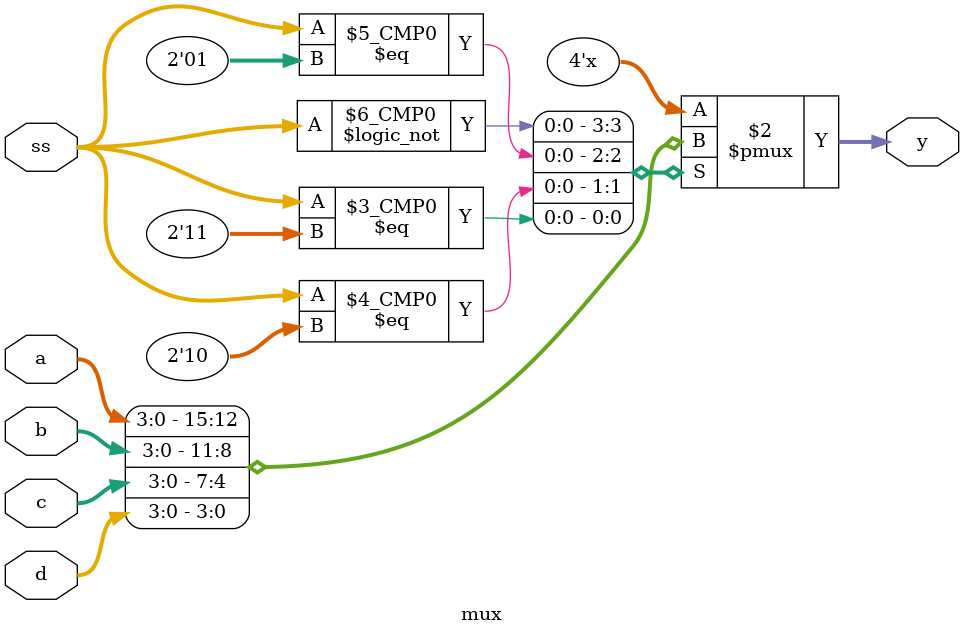
<source format=v>
`timescale 1ns / 1ps

//////////////////////////////////////////////////////////////////////////////////


module mux(input [3:0]a,input [3:0]b,input [3:0]c,input [3:0]d,input [1:0]ss,output reg[3:0]y

    );
    always @ (a or b or c or d or ss)
    case (ss)
    2'd0:y=a;
    2'd1:y=b;
    2'd2:y=c;
    2'd3:y=d;
    endcase 
    
    
endmodule

</source>
